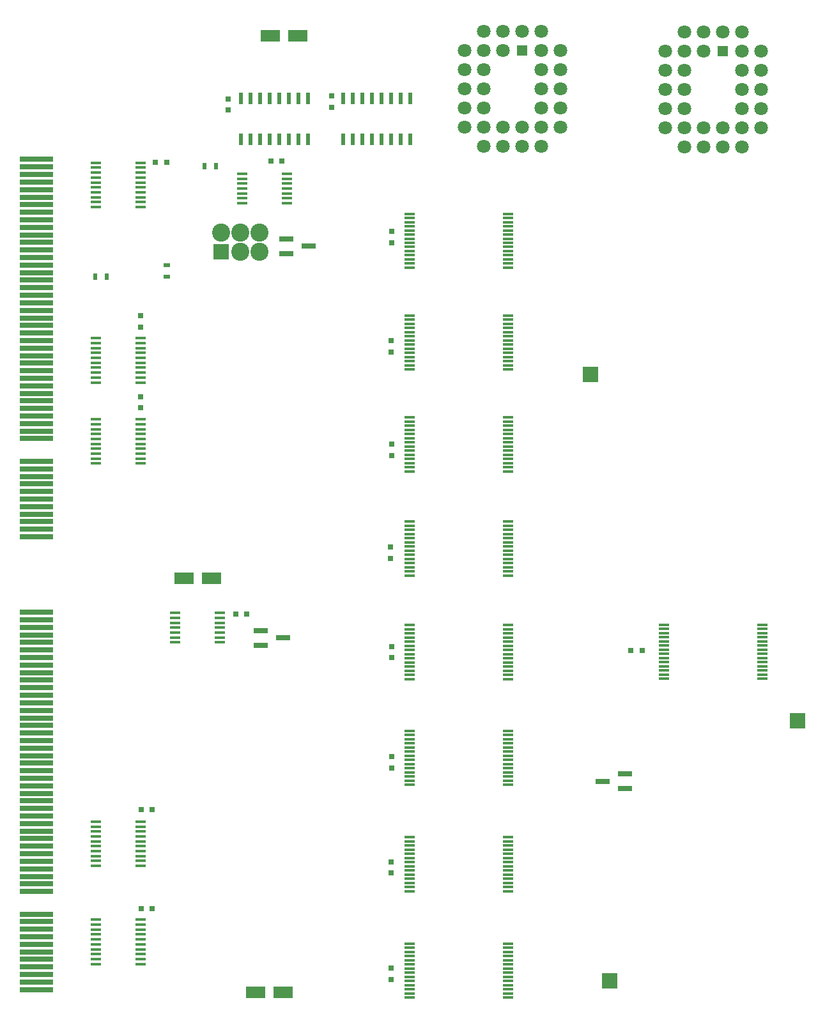
<source format=gts>
G04 #@! TF.GenerationSoftware,KiCad,Pcbnew,(5.0.0-rc2-35-gda6600525)*
G04 #@! TF.CreationDate,2018-07-07T16:01:35-07:00*
G04 #@! TF.ProjectId,alu,616C752E6B696361645F706362000000,rev?*
G04 #@! TF.SameCoordinates,Original*
G04 #@! TF.FileFunction,Soldermask,Top*
G04 #@! TF.FilePolarity,Negative*
%FSLAX46Y46*%
G04 Gerber Fmt 4.6, Leading zero omitted, Abs format (unit mm)*
G04 Created by KiCad (PCBNEW (5.0.0-rc2-35-gda6600525)) date 07/07/18 16:01:35*
%MOMM*%
%LPD*%
G01*
G04 APERTURE LIST*
%ADD10C,1.797000*%
%ADD11R,1.397000X1.397000*%
%ADD12R,0.750000X0.800000*%
%ADD13R,0.800000X0.750000*%
%ADD14R,4.400000X0.700000*%
%ADD15R,0.600000X1.500000*%
%ADD16R,1.400000X0.300000*%
%ADD17R,1.450000X0.450000*%
%ADD18C,2.400000*%
%ADD19R,2.000000X2.000000*%
%ADD20R,2.600000X1.600000*%
%ADD21R,1.900000X0.800000*%
%ADD22R,0.500000X0.900000*%
%ADD23R,0.900000X0.500000*%
G04 APERTURE END LIST*
D10*
G04 #@! TO.C,U2*
X74000000Y-36000000D03*
X76540000Y-38540000D03*
X71460000Y-36000000D03*
X74000000Y-38540000D03*
X74000000Y-41080000D03*
X76540000Y-41080000D03*
X74000000Y-43620000D03*
X76540000Y-43620000D03*
X74000000Y-46160000D03*
X76540000Y-46160000D03*
X74000000Y-48700000D03*
X76540000Y-48700000D03*
X74000000Y-51240000D03*
X71460000Y-48700000D03*
X71460000Y-51240000D03*
X68920000Y-48700000D03*
X68920000Y-51240000D03*
X66380000Y-48700000D03*
X66380000Y-51240000D03*
X63840000Y-48700000D03*
X66380000Y-46160000D03*
X63840000Y-46160000D03*
X66380000Y-43620000D03*
X63840000Y-43620000D03*
X66380000Y-41080000D03*
X63840000Y-41080000D03*
X66380000Y-38540000D03*
X63840000Y-38540000D03*
X66380000Y-36000000D03*
X68920000Y-38540000D03*
X68920000Y-36000000D03*
D11*
X71460000Y-38540000D03*
G04 #@! TD*
D12*
G04 #@! TO.C,C1*
X32540000Y-44980000D03*
X32540000Y-46480000D03*
G04 #@! TD*
G04 #@! TO.C,C4*
X46200000Y-44610000D03*
X46200000Y-46110000D03*
G04 #@! TD*
G04 #@! TO.C,C11*
X54200000Y-62540000D03*
X54200000Y-64040000D03*
G04 #@! TD*
D13*
G04 #@! TO.C,C15*
X85860000Y-118030000D03*
X87360000Y-118030000D03*
G04 #@! TD*
D12*
G04 #@! TO.C,C16*
X54080000Y-78540000D03*
X54080000Y-77040000D03*
G04 #@! TD*
G04 #@! TO.C,C20*
X54190000Y-90710000D03*
X54190000Y-92210000D03*
G04 #@! TD*
G04 #@! TO.C,C24*
X54060000Y-104340000D03*
X54060000Y-105840000D03*
G04 #@! TD*
G04 #@! TO.C,C28*
X54160000Y-117530000D03*
X54160000Y-119030000D03*
G04 #@! TD*
G04 #@! TO.C,C32*
X54190000Y-132110000D03*
X54190000Y-133610000D03*
G04 #@! TD*
G04 #@! TO.C,C36*
X54110000Y-146060000D03*
X54110000Y-147560000D03*
G04 #@! TD*
G04 #@! TO.C,C40*
X54140000Y-161670000D03*
X54140000Y-160170000D03*
G04 #@! TD*
D13*
G04 #@! TO.C,C43*
X33500000Y-113200000D03*
X35000000Y-113200000D03*
G04 #@! TD*
G04 #@! TO.C,C44*
X38160000Y-53230000D03*
X39660000Y-53230000D03*
G04 #@! TD*
D14*
G04 #@! TO.C,P1*
X7100000Y-163000000D03*
X7100000Y-162000000D03*
X7100000Y-161000000D03*
X7100000Y-160000000D03*
X7100000Y-159000000D03*
X7100000Y-158000000D03*
X7100000Y-157000000D03*
X7100000Y-156000000D03*
X7100000Y-155000000D03*
X7100000Y-154000000D03*
X7100000Y-153000000D03*
X7100000Y-150000000D03*
X7100000Y-149000000D03*
X7100000Y-148000000D03*
X7100000Y-147000000D03*
X7100000Y-146000000D03*
X7100000Y-145000000D03*
X7100000Y-144000000D03*
X7100000Y-143000000D03*
X7100000Y-142000000D03*
X7100000Y-141000000D03*
X7100000Y-140000000D03*
X7100000Y-139000000D03*
X7100000Y-138000000D03*
X7100000Y-137000000D03*
X7100000Y-136000000D03*
X7100000Y-135000000D03*
X7100000Y-134000000D03*
X7100000Y-133000000D03*
X7100000Y-132000000D03*
X7100000Y-131000000D03*
X7100000Y-130000000D03*
X7100000Y-129000000D03*
X7100000Y-128000000D03*
X7100000Y-127000000D03*
X7100000Y-126000000D03*
X7100000Y-125000000D03*
X7100000Y-124000000D03*
X7100000Y-123000000D03*
X7100000Y-122000000D03*
X7100000Y-121000000D03*
X7100000Y-120000000D03*
X7100000Y-119000000D03*
X7100000Y-118000000D03*
X7100000Y-117000000D03*
X7100000Y-116000000D03*
X7100000Y-115000000D03*
X7100000Y-114000000D03*
X7100000Y-113000000D03*
X7100000Y-103000000D03*
X7100000Y-90000000D03*
X7100000Y-102000000D03*
X7100000Y-101000000D03*
X7100000Y-100000000D03*
X7100000Y-99000000D03*
X7100000Y-98000000D03*
X7100000Y-97000000D03*
X7100000Y-96000000D03*
X7100000Y-95000000D03*
X7100000Y-94000000D03*
X7100000Y-93000000D03*
X7100000Y-89000000D03*
X7100000Y-88000000D03*
X7100000Y-87000000D03*
X7100000Y-86000000D03*
X7100000Y-85000000D03*
X7100000Y-84000000D03*
X7100000Y-83000000D03*
X7100000Y-82000000D03*
X7100000Y-81000000D03*
X7100000Y-80000000D03*
X7100000Y-79000000D03*
X7100000Y-78000000D03*
X7100000Y-77000000D03*
X7100000Y-76000000D03*
X7100000Y-75000000D03*
X7100000Y-74000000D03*
X7100000Y-73000000D03*
X7100000Y-72000000D03*
X7100000Y-71000000D03*
X7100000Y-70000000D03*
X7100000Y-69000000D03*
X7100000Y-68000000D03*
X7100000Y-67000000D03*
X7100000Y-66000000D03*
X7100000Y-65000000D03*
X7100000Y-64000000D03*
X7100000Y-63000000D03*
X7100000Y-62000000D03*
X7100000Y-61000000D03*
X7100000Y-60000000D03*
X7100000Y-59000000D03*
X7100000Y-58000000D03*
X7100000Y-57000000D03*
X7100000Y-56000000D03*
X7100000Y-55000000D03*
X7100000Y-54000000D03*
X7100000Y-53000000D03*
G04 #@! TD*
D15*
G04 #@! TO.C,U1*
X34255000Y-50300000D03*
X35525000Y-50300000D03*
X36795000Y-50300000D03*
X38065000Y-50300000D03*
X39335000Y-50300000D03*
X40605000Y-50300000D03*
X41875000Y-50300000D03*
X43145000Y-50300000D03*
X43145000Y-44900000D03*
X41875000Y-44900000D03*
X40605000Y-44900000D03*
X39335000Y-44900000D03*
X38065000Y-44900000D03*
X36795000Y-44900000D03*
X35525000Y-44900000D03*
X34255000Y-44900000D03*
G04 #@! TD*
D11*
G04 #@! TO.C,U3*
X98020000Y-38640000D03*
D10*
X95480000Y-36100000D03*
X95480000Y-38640000D03*
X92940000Y-36100000D03*
X90400000Y-38640000D03*
X92940000Y-38640000D03*
X90400000Y-41180000D03*
X92940000Y-41180000D03*
X90400000Y-43720000D03*
X92940000Y-43720000D03*
X90400000Y-46260000D03*
X92940000Y-46260000D03*
X90400000Y-48800000D03*
X92940000Y-51340000D03*
X92940000Y-48800000D03*
X95480000Y-51340000D03*
X95480000Y-48800000D03*
X98020000Y-51340000D03*
X98020000Y-48800000D03*
X100560000Y-51340000D03*
X103100000Y-48800000D03*
X100560000Y-48800000D03*
X103100000Y-46260000D03*
X100560000Y-46260000D03*
X103100000Y-43720000D03*
X100560000Y-43720000D03*
X103100000Y-41180000D03*
X100560000Y-41180000D03*
X100560000Y-38640000D03*
X98020000Y-36100000D03*
X103100000Y-38640000D03*
X100560000Y-36100000D03*
G04 #@! TD*
D15*
G04 #@! TO.C,U4*
X47800000Y-44900000D03*
X49070000Y-44900000D03*
X50340000Y-44900000D03*
X51610000Y-44900000D03*
X52880000Y-44900000D03*
X54150000Y-44900000D03*
X55420000Y-44900000D03*
X56690000Y-44900000D03*
X56690000Y-50300000D03*
X55420000Y-50300000D03*
X54150000Y-50300000D03*
X52880000Y-50300000D03*
X51610000Y-50300000D03*
X50340000Y-50300000D03*
X49070000Y-50300000D03*
X47800000Y-50300000D03*
G04 #@! TD*
D16*
G04 #@! TO.C,U11*
X56600000Y-66800000D03*
X56600000Y-66250000D03*
X56600000Y-65700000D03*
X56600000Y-65150000D03*
X56600000Y-64600000D03*
X56600000Y-64050000D03*
X56600000Y-63500000D03*
X56600000Y-62950000D03*
X56600000Y-62400000D03*
X56600000Y-61850000D03*
X56600000Y-61300000D03*
X56600000Y-60750000D03*
X56600000Y-60200000D03*
X56600000Y-67350000D03*
X69600000Y-67350000D03*
X69600000Y-66800000D03*
X69600000Y-64600000D03*
X69600000Y-63500000D03*
X69600000Y-61850000D03*
X69600000Y-61300000D03*
X69600000Y-60750000D03*
X69600000Y-62950000D03*
X69600000Y-60200000D03*
X69600000Y-66250000D03*
X69600000Y-65700000D03*
X69600000Y-65150000D03*
X69600000Y-62400000D03*
X69600000Y-64050000D03*
G04 #@! TD*
G04 #@! TO.C,U15*
X103300000Y-118500000D03*
X103300000Y-116850000D03*
X103300000Y-119600000D03*
X103300000Y-120150000D03*
X103300000Y-120700000D03*
X103300000Y-114650000D03*
X103300000Y-117400000D03*
X103300000Y-115200000D03*
X103300000Y-115750000D03*
X103300000Y-116300000D03*
X103300000Y-117950000D03*
X103300000Y-119050000D03*
X103300000Y-121250000D03*
X103300000Y-121800000D03*
X90300000Y-121800000D03*
X90300000Y-114650000D03*
X90300000Y-115200000D03*
X90300000Y-115750000D03*
X90300000Y-116300000D03*
X90300000Y-116850000D03*
X90300000Y-117400000D03*
X90300000Y-117950000D03*
X90300000Y-118500000D03*
X90300000Y-119050000D03*
X90300000Y-119600000D03*
X90300000Y-120150000D03*
X90300000Y-120700000D03*
X90300000Y-121250000D03*
G04 #@! TD*
G04 #@! TO.C,U16*
X56600000Y-80300000D03*
X56600000Y-79750000D03*
X56600000Y-79200000D03*
X56600000Y-78650000D03*
X56600000Y-78100000D03*
X56600000Y-77550000D03*
X56600000Y-77000000D03*
X56600000Y-76450000D03*
X56600000Y-75900000D03*
X56600000Y-75350000D03*
X56600000Y-74800000D03*
X56600000Y-74250000D03*
X56600000Y-73700000D03*
X56600000Y-80850000D03*
X69600000Y-80850000D03*
X69600000Y-80300000D03*
X69600000Y-78100000D03*
X69600000Y-77000000D03*
X69600000Y-75350000D03*
X69600000Y-74800000D03*
X69600000Y-74250000D03*
X69600000Y-76450000D03*
X69600000Y-73700000D03*
X69600000Y-79750000D03*
X69600000Y-79200000D03*
X69600000Y-78650000D03*
X69600000Y-75900000D03*
X69600000Y-77550000D03*
G04 #@! TD*
G04 #@! TO.C,U20*
X69600000Y-91050000D03*
X69600000Y-89400000D03*
X69600000Y-92150000D03*
X69600000Y-92700000D03*
X69600000Y-93250000D03*
X69600000Y-87200000D03*
X69600000Y-89950000D03*
X69600000Y-87750000D03*
X69600000Y-88300000D03*
X69600000Y-88850000D03*
X69600000Y-90500000D03*
X69600000Y-91600000D03*
X69600000Y-93800000D03*
X69600000Y-94350000D03*
X56600000Y-94350000D03*
X56600000Y-87200000D03*
X56600000Y-87750000D03*
X56600000Y-88300000D03*
X56600000Y-88850000D03*
X56600000Y-89400000D03*
X56600000Y-89950000D03*
X56600000Y-90500000D03*
X56600000Y-91050000D03*
X56600000Y-91600000D03*
X56600000Y-92150000D03*
X56600000Y-92700000D03*
X56600000Y-93250000D03*
X56600000Y-93800000D03*
G04 #@! TD*
G04 #@! TO.C,U24*
X56600000Y-107600000D03*
X56600000Y-107050000D03*
X56600000Y-106500000D03*
X56600000Y-105950000D03*
X56600000Y-105400000D03*
X56600000Y-104850000D03*
X56600000Y-104300000D03*
X56600000Y-103750000D03*
X56600000Y-103200000D03*
X56600000Y-102650000D03*
X56600000Y-102100000D03*
X56600000Y-101550000D03*
X56600000Y-101000000D03*
X56600000Y-108150000D03*
X69600000Y-108150000D03*
X69600000Y-107600000D03*
X69600000Y-105400000D03*
X69600000Y-104300000D03*
X69600000Y-102650000D03*
X69600000Y-102100000D03*
X69600000Y-101550000D03*
X69600000Y-103750000D03*
X69600000Y-101000000D03*
X69600000Y-107050000D03*
X69600000Y-106500000D03*
X69600000Y-105950000D03*
X69600000Y-103200000D03*
X69600000Y-104850000D03*
G04 #@! TD*
G04 #@! TO.C,U28*
X69600000Y-118550000D03*
X69600000Y-116900000D03*
X69600000Y-119650000D03*
X69600000Y-120200000D03*
X69600000Y-120750000D03*
X69600000Y-114700000D03*
X69600000Y-117450000D03*
X69600000Y-115250000D03*
X69600000Y-115800000D03*
X69600000Y-116350000D03*
X69600000Y-118000000D03*
X69600000Y-119100000D03*
X69600000Y-121300000D03*
X69600000Y-121850000D03*
X56600000Y-121850000D03*
X56600000Y-114700000D03*
X56600000Y-115250000D03*
X56600000Y-115800000D03*
X56600000Y-116350000D03*
X56600000Y-116900000D03*
X56600000Y-117450000D03*
X56600000Y-118000000D03*
X56600000Y-118550000D03*
X56600000Y-119100000D03*
X56600000Y-119650000D03*
X56600000Y-120200000D03*
X56600000Y-120750000D03*
X56600000Y-121300000D03*
G04 #@! TD*
G04 #@! TO.C,U32*
X56600000Y-135300000D03*
X56600000Y-134750000D03*
X56600000Y-134200000D03*
X56600000Y-133650000D03*
X56600000Y-133100000D03*
X56600000Y-132550000D03*
X56600000Y-132000000D03*
X56600000Y-131450000D03*
X56600000Y-130900000D03*
X56600000Y-130350000D03*
X56600000Y-129800000D03*
X56600000Y-129250000D03*
X56600000Y-128700000D03*
X56600000Y-135850000D03*
X69600000Y-135850000D03*
X69600000Y-135300000D03*
X69600000Y-133100000D03*
X69600000Y-132000000D03*
X69600000Y-130350000D03*
X69600000Y-129800000D03*
X69600000Y-129250000D03*
X69600000Y-131450000D03*
X69600000Y-128700000D03*
X69600000Y-134750000D03*
X69600000Y-134200000D03*
X69600000Y-133650000D03*
X69600000Y-130900000D03*
X69600000Y-132550000D03*
G04 #@! TD*
G04 #@! TO.C,U36*
X69600000Y-146650000D03*
X69600000Y-145000000D03*
X69600000Y-147750000D03*
X69600000Y-148300000D03*
X69600000Y-148850000D03*
X69600000Y-142800000D03*
X69600000Y-145550000D03*
X69600000Y-143350000D03*
X69600000Y-143900000D03*
X69600000Y-144450000D03*
X69600000Y-146100000D03*
X69600000Y-147200000D03*
X69600000Y-149400000D03*
X69600000Y-149950000D03*
X56600000Y-149950000D03*
X56600000Y-142800000D03*
X56600000Y-143350000D03*
X56600000Y-143900000D03*
X56600000Y-144450000D03*
X56600000Y-145000000D03*
X56600000Y-145550000D03*
X56600000Y-146100000D03*
X56600000Y-146650000D03*
X56600000Y-147200000D03*
X56600000Y-147750000D03*
X56600000Y-148300000D03*
X56600000Y-148850000D03*
X56600000Y-149400000D03*
G04 #@! TD*
G04 #@! TO.C,U40*
X56600000Y-163500000D03*
X56600000Y-162950000D03*
X56600000Y-162400000D03*
X56600000Y-161850000D03*
X56600000Y-161300000D03*
X56600000Y-160750000D03*
X56600000Y-160200000D03*
X56600000Y-159650000D03*
X56600000Y-159100000D03*
X56600000Y-158550000D03*
X56600000Y-158000000D03*
X56600000Y-157450000D03*
X56600000Y-156900000D03*
X56600000Y-164050000D03*
X69600000Y-164050000D03*
X69600000Y-163500000D03*
X69600000Y-161300000D03*
X69600000Y-160200000D03*
X69600000Y-158550000D03*
X69600000Y-158000000D03*
X69600000Y-157450000D03*
X69600000Y-159650000D03*
X69600000Y-156900000D03*
X69600000Y-162950000D03*
X69600000Y-162400000D03*
X69600000Y-161850000D03*
X69600000Y-159100000D03*
X69600000Y-160750000D03*
G04 #@! TD*
D17*
G04 #@! TO.C,U43*
X25500000Y-113100000D03*
X25500000Y-113750000D03*
X25500000Y-114400000D03*
X25500000Y-115050000D03*
X25500000Y-115700000D03*
X25500000Y-116350000D03*
X25500000Y-117000000D03*
X31400000Y-117000000D03*
X31400000Y-116350000D03*
X31400000Y-115700000D03*
X31400000Y-115050000D03*
X31400000Y-114400000D03*
X31400000Y-113750000D03*
X31400000Y-113100000D03*
G04 #@! TD*
G04 #@! TO.C,U44*
X40300000Y-54900000D03*
X40300000Y-55550000D03*
X40300000Y-56200000D03*
X40300000Y-56850000D03*
X40300000Y-57500000D03*
X40300000Y-58150000D03*
X40300000Y-58800000D03*
X34400000Y-58800000D03*
X34400000Y-58150000D03*
X34400000Y-57500000D03*
X34400000Y-56850000D03*
X34400000Y-56200000D03*
X34400000Y-55550000D03*
X34400000Y-54900000D03*
G04 #@! TD*
D13*
G04 #@! TO.C,C46*
X20980000Y-152300000D03*
X22480000Y-152300000D03*
G04 #@! TD*
G04 #@! TO.C,C47*
X20980000Y-139110000D03*
X22480000Y-139110000D03*
G04 #@! TD*
D12*
G04 #@! TO.C,C51*
X20960000Y-85920000D03*
X20960000Y-84420000D03*
G04 #@! TD*
G04 #@! TO.C,C53*
X20910000Y-75220000D03*
X20910000Y-73720000D03*
G04 #@! TD*
D17*
G04 #@! TO.C,U46*
X15000000Y-153750000D03*
X15000000Y-154400000D03*
X15000000Y-155050000D03*
X15000000Y-155700000D03*
X15000000Y-156350000D03*
X15000000Y-157000000D03*
X15000000Y-157650000D03*
X15000000Y-158300000D03*
X15000000Y-158950000D03*
X15000000Y-159600000D03*
X20900000Y-159600000D03*
X20900000Y-158950000D03*
X20900000Y-158300000D03*
X20900000Y-157650000D03*
X20900000Y-157000000D03*
X20900000Y-156350000D03*
X20900000Y-155700000D03*
X20900000Y-155050000D03*
X20900000Y-154400000D03*
X20900000Y-153750000D03*
G04 #@! TD*
G04 #@! TO.C,U47*
X20900000Y-140750000D03*
X20900000Y-141400000D03*
X20900000Y-142050000D03*
X20900000Y-142700000D03*
X20900000Y-143350000D03*
X20900000Y-144000000D03*
X20900000Y-144650000D03*
X20900000Y-145300000D03*
X20900000Y-145950000D03*
X20900000Y-146600000D03*
X15000000Y-146600000D03*
X15000000Y-145950000D03*
X15000000Y-145300000D03*
X15000000Y-144650000D03*
X15000000Y-144000000D03*
X15000000Y-143350000D03*
X15000000Y-142700000D03*
X15000000Y-142050000D03*
X15000000Y-141400000D03*
X15000000Y-140750000D03*
G04 #@! TD*
G04 #@! TO.C,U51*
X15000000Y-87450000D03*
X15000000Y-88100000D03*
X15000000Y-88750000D03*
X15000000Y-89400000D03*
X15000000Y-90050000D03*
X15000000Y-90700000D03*
X15000000Y-91350000D03*
X15000000Y-92000000D03*
X15000000Y-92650000D03*
X15000000Y-93300000D03*
X20900000Y-93300000D03*
X20900000Y-92650000D03*
X20900000Y-92000000D03*
X20900000Y-91350000D03*
X20900000Y-90700000D03*
X20900000Y-90050000D03*
X20900000Y-89400000D03*
X20900000Y-88750000D03*
X20900000Y-88100000D03*
X20900000Y-87450000D03*
G04 #@! TD*
G04 #@! TO.C,U53*
X20900000Y-76700000D03*
X20900000Y-77350000D03*
X20900000Y-78000000D03*
X20900000Y-78650000D03*
X20900000Y-79300000D03*
X20900000Y-79950000D03*
X20900000Y-80600000D03*
X20900000Y-81250000D03*
X20900000Y-81900000D03*
X20900000Y-82550000D03*
X15000000Y-82550000D03*
X15000000Y-81900000D03*
X15000000Y-81250000D03*
X15000000Y-80600000D03*
X15000000Y-79950000D03*
X15000000Y-79300000D03*
X15000000Y-78650000D03*
X15000000Y-78000000D03*
X15000000Y-77350000D03*
X15000000Y-76700000D03*
G04 #@! TD*
D13*
G04 #@! TO.C,C56*
X22860000Y-53380000D03*
X24360000Y-53380000D03*
G04 #@! TD*
D17*
G04 #@! TO.C,U56*
X20900000Y-53450000D03*
X20900000Y-54100000D03*
X20900000Y-54750000D03*
X20900000Y-55400000D03*
X20900000Y-56050000D03*
X20900000Y-56700000D03*
X20900000Y-57350000D03*
X20900000Y-58000000D03*
X20900000Y-58650000D03*
X20900000Y-59300000D03*
X15000000Y-59300000D03*
X15000000Y-58650000D03*
X15000000Y-58000000D03*
X15000000Y-57350000D03*
X15000000Y-56700000D03*
X15000000Y-56050000D03*
X15000000Y-55400000D03*
X15000000Y-54750000D03*
X15000000Y-54100000D03*
X15000000Y-53450000D03*
G04 #@! TD*
D18*
G04 #@! TO.C,J1*
X36630000Y-62690000D03*
X34090000Y-62690000D03*
X31550000Y-62690000D03*
X36630000Y-65230000D03*
X34090000Y-65230000D03*
D19*
X31550000Y-65230000D03*
G04 #@! TD*
D20*
G04 #@! TO.C,C100*
X38110000Y-36650000D03*
X41710000Y-36650000D03*
G04 #@! TD*
G04 #@! TO.C,C101*
X30290000Y-108490000D03*
X26690000Y-108490000D03*
G04 #@! TD*
G04 #@! TO.C,C102*
X36200000Y-163400000D03*
X39800000Y-163400000D03*
G04 #@! TD*
D19*
G04 #@! TO.C,J2*
X83100000Y-161800000D03*
G04 #@! TD*
G04 #@! TO.C,J3*
X80500000Y-81500000D03*
G04 #@! TD*
G04 #@! TO.C,J4*
X108000000Y-127400000D03*
G04 #@! TD*
D21*
G04 #@! TO.C,Q1*
X43200000Y-64500000D03*
X40200000Y-65450000D03*
X40200000Y-63550000D03*
G04 #@! TD*
G04 #@! TO.C,Q2*
X39800000Y-116400000D03*
X36800000Y-117350000D03*
X36800000Y-115450000D03*
G04 #@! TD*
G04 #@! TO.C,Q3*
X85100000Y-136350000D03*
X85100000Y-134450000D03*
X82100000Y-135400000D03*
G04 #@! TD*
D22*
G04 #@! TO.C,R1*
X16400000Y-68500000D03*
X14900000Y-68500000D03*
G04 #@! TD*
D23*
G04 #@! TO.C,R2*
X24400000Y-67000000D03*
X24400000Y-68500000D03*
G04 #@! TD*
D22*
G04 #@! TO.C,R3*
X29400000Y-53900000D03*
X30900000Y-53900000D03*
G04 #@! TD*
M02*

</source>
